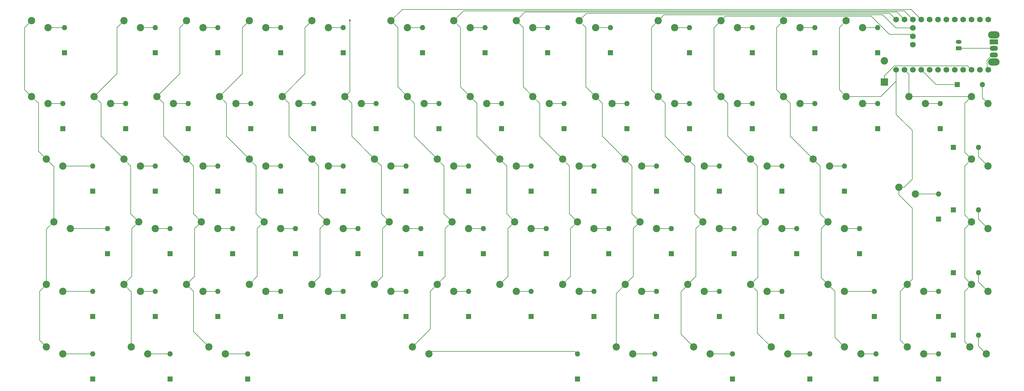
<source format=gbr>
%TF.GenerationSoftware,KiCad,Pcbnew,8.0.4*%
%TF.CreationDate,2024-07-27T12:13:38+02:00*%
%TF.ProjectId,AC-K1-v1,41432d4b-312d-4763-912e-6b696361645f,rev?*%
%TF.SameCoordinates,Original*%
%TF.FileFunction,Copper,L1,Top*%
%TF.FilePolarity,Positive*%
%FSLAX46Y46*%
G04 Gerber Fmt 4.6, Leading zero omitted, Abs format (unit mm)*
G04 Created by KiCad (PCBNEW 8.0.4) date 2024-07-27 12:13:38*
%MOMM*%
%LPD*%
G01*
G04 APERTURE LIST*
G04 Aperture macros list*
%AMRoundRect*
0 Rectangle with rounded corners*
0 $1 Rounding radius*
0 $2 $3 $4 $5 $6 $7 $8 $9 X,Y pos of 4 corners*
0 Add a 4 corners polygon primitive as box body*
4,1,4,$2,$3,$4,$5,$6,$7,$8,$9,$2,$3,0*
0 Add four circle primitives for the rounded corners*
1,1,$1+$1,$2,$3*
1,1,$1+$1,$4,$5*
1,1,$1+$1,$6,$7*
1,1,$1+$1,$8,$9*
0 Add four rect primitives between the rounded corners*
20,1,$1+$1,$2,$3,$4,$5,0*
20,1,$1+$1,$4,$5,$6,$7,0*
20,1,$1+$1,$6,$7,$8,$9,0*
20,1,$1+$1,$8,$9,$2,$3,0*%
G04 Aperture macros list end*
%TA.AperFunction,ComponentPad*%
%ADD10C,2.200000*%
%TD*%
%TA.AperFunction,ComponentPad*%
%ADD11C,1.752600*%
%TD*%
%TA.AperFunction,ComponentPad*%
%ADD12R,2.250000X2.250000*%
%TD*%
%TA.AperFunction,ComponentPad*%
%ADD13C,2.250000*%
%TD*%
%TA.AperFunction,ComponentPad*%
%ADD14R,1.600000X1.600000*%
%TD*%
%TA.AperFunction,ComponentPad*%
%ADD15O,1.600000X1.600000*%
%TD*%
%TA.AperFunction,ComponentPad*%
%ADD16O,3.500000X2.200000*%
%TD*%
%TA.AperFunction,ComponentPad*%
%ADD17R,2.500000X1.500000*%
%TD*%
%TA.AperFunction,ComponentPad*%
%ADD18O,2.500000X1.500000*%
%TD*%
%TA.AperFunction,ComponentPad*%
%ADD19RoundRect,0.250000X0.625000X-0.350000X0.625000X0.350000X-0.625000X0.350000X-0.625000X-0.350000X0*%
%TD*%
%TA.AperFunction,ComponentPad*%
%ADD20O,1.750000X1.200000*%
%TD*%
%TA.AperFunction,ViaPad*%
%ADD21C,0.600000*%
%TD*%
%TA.AperFunction,Conductor*%
%ADD22C,0.200000*%
%TD*%
G04 APERTURE END LIST*
D10*
%TO.P,SW65,1,1*%
%TO.N,P1.02*%
X293500000Y-162600000D03*
%TO.P,SW65,2,2*%
%TO.N,Net-(D65-A)*%
X298500000Y-164700000D03*
%TD*%
%TO.P,SW8,1,1*%
%TO.N,P0.08*%
X94500000Y-105600000D03*
%TO.P,SW8,2,2*%
%TO.N,Net-(D8-A)*%
X99500000Y-107700000D03*
%TD*%
%TO.P,SW67,1,1*%
%TO.N,P1.07*%
X303500000Y-82600000D03*
%TO.P,SW67,2,2*%
%TO.N,Net-(D67-A)*%
X308500000Y-84700000D03*
%TD*%
%TO.P,SW66,1,1*%
%TO.N,P1.02*%
X299750000Y-181600000D03*
%TO.P,SW66,2,2*%
%TO.N,Net-(D66-A)*%
X304750000Y-183700000D03*
%TD*%
%TO.P,SW3,1,1*%
%TO.N,P0.06*%
X80000000Y-124600000D03*
%TO.P,SW3,2,2*%
%TO.N,Net-(D3-A)*%
X85000000Y-126700000D03*
%TD*%
%TO.P,SW48,1,1*%
%TO.N,P1.04*%
X236500000Y-162600000D03*
%TO.P,SW48,2,2*%
%TO.N,Net-(D48-A)*%
X241500000Y-164700000D03*
%TD*%
%TO.P,SW51,1,1*%
%TO.N,P1.06*%
X255500000Y-124600000D03*
%TO.P,SW51,2,2*%
%TO.N,Net-(D51-A)*%
X260500000Y-126700000D03*
%TD*%
%TO.P,SW61,1,1*%
%TO.N,P1.02*%
X284500000Y-82600000D03*
%TO.P,SW61,2,2*%
%TO.N,Net-(D61-A)*%
X289500000Y-84700000D03*
%TD*%
%TO.P,SW69,1,1*%
%TO.N,P1.07*%
X312500000Y-124600000D03*
%TO.P,SW69,2,2*%
%TO.N,Net-(D69-A)*%
X317500000Y-126700000D03*
%TD*%
%TO.P,SW54,1,1*%
%TO.N,P1.06*%
X252750000Y-181600000D03*
%TO.P,SW54,2,2*%
%TO.N,Net-(D54-A)*%
X257750000Y-183700000D03*
%TD*%
%TO.P,SW64,1,1*%
%TO.N,P1.02*%
X298000000Y-143600000D03*
%TO.P,SW64,2,2*%
%TO.N,Net-(D64-A)*%
X303000000Y-145700000D03*
%TD*%
%TO.P,SW18,1,1*%
%TO.N,P0.17*%
X129250000Y-181600000D03*
%TO.P,SW18,2,2*%
%TO.N,Net-(D18-A)*%
X134250000Y-183700000D03*
%TD*%
%TO.P,SW49,1,1*%
%TO.N,P1.06*%
X241500000Y-82600000D03*
%TO.P,SW49,2,2*%
%TO.N,Net-(D49-A)*%
X246500000Y-84700000D03*
%TD*%
%TO.P,SW63,1,1*%
%TO.N,P1.02*%
X293500000Y-124600000D03*
%TO.P,SW63,2,2*%
%TO.N,Net-(D63-A)*%
X298500000Y-126700000D03*
%TD*%
%TO.P,SW77,1,1*%
%TO.N,P0.09*%
X341000000Y-181600000D03*
%TO.P,SW77,2,2*%
%TO.N,Net-(D77-A)*%
X346000000Y-183700000D03*
%TD*%
%TO.P,SW11,1,1*%
%TO.N,P0.08*%
X103500000Y-162600000D03*
%TO.P,SW11,2,2*%
%TO.N,Net-(D11-A)*%
X108500000Y-164700000D03*
%TD*%
%TO.P,SW24,1,1*%
%TO.N,P0.22*%
X160500000Y-82600000D03*
%TO.P,SW24,2,2*%
%TO.N,Net-(D24-A)*%
X165500000Y-84700000D03*
%TD*%
%TO.P,SW83,1,1*%
%TO.N,P0.10*%
X360000000Y-181600000D03*
%TO.P,SW83,2,2*%
%TO.N,Net-(D83-A)*%
X365000000Y-183700000D03*
%TD*%
%TO.P,SW42,1,1*%
%TO.N,P0.11*%
X222000000Y-143600000D03*
%TO.P,SW42,2,2*%
%TO.N,Net-(D42-A)*%
X227000000Y-145700000D03*
%TD*%
%TO.P,SW53,1,1*%
%TO.N,P1.06*%
X255500000Y-162600000D03*
%TO.P,SW53,2,2*%
%TO.N,Net-(D53-A)*%
X260500000Y-164700000D03*
%TD*%
%TO.P,SW55,1,1*%
%TO.N,P1.01*%
X265500000Y-82600000D03*
%TO.P,SW55,2,2*%
%TO.N,Net-(D55-A)*%
X270500000Y-84700000D03*
%TD*%
%TO.P,SW23,1,1*%
%TO.N,P0.20*%
X141500000Y-162600000D03*
%TO.P,SW23,2,2*%
%TO.N,Net-(D23-A)*%
X146500000Y-164700000D03*
%TD*%
%TO.P,SW75,1,1*%
%TO.N,P0.09*%
X338500000Y-133100000D03*
%TO.P,SW75,2,2*%
%TO.N,Net-(D75-A)*%
X343500000Y-135200000D03*
%TD*%
%TO.P,SW72,1,1*%
%TO.N,P1.07*%
X322000000Y-181600000D03*
%TO.P,SW72,2,2*%
%TO.N,Net-(D72-A)*%
X327000000Y-183700000D03*
%TD*%
%TO.P,SW20,1,1*%
%TO.N,P0.20*%
X132500000Y-105600000D03*
%TO.P,SW20,2,2*%
%TO.N,Net-(D20-A)*%
X137500000Y-107700000D03*
%TD*%
%TO.P,SW6,1,1*%
%TO.N,P0.06*%
X80000000Y-181600000D03*
%TO.P,SW6,2,2*%
%TO.N,Net-(D6-A)*%
X85000000Y-183700000D03*
%TD*%
%TO.P,SW60,1,1*%
%TO.N,P1.01*%
X276250000Y-181600000D03*
%TO.P,SW60,2,2*%
%TO.N,Net-(D60-A)*%
X281250000Y-183700000D03*
%TD*%
D11*
%TO.P,U1,1,TX0/P0.06*%
%TO.N,P0.06*%
X365580000Y-82260000D03*
%TO.P,U1,2,RX1/P0.08*%
%TO.N,P0.08*%
X363040000Y-82260000D03*
%TO.P,U1,3,GND*%
%TO.N,GND*%
X360500000Y-82260000D03*
%TO.P,U1,4,GND*%
X357960000Y-82260000D03*
%TO.P,U1,5,P0.17*%
%TO.N,P0.17*%
X355420000Y-82260000D03*
%TO.P,U1,6,P0.20*%
%TO.N,P0.20*%
X352880000Y-82260000D03*
%TO.P,U1,7,P0.22*%
%TO.N,P0.22*%
X350340000Y-82260000D03*
%TO.P,U1,8,P0.24*%
%TO.N,P0.24*%
X347800000Y-82260000D03*
%TO.P,U1,9,P1.00*%
%TO.N,P1.00*%
X345260000Y-82260000D03*
%TO.P,U1,10,P0.11*%
%TO.N,P0.11*%
X342720000Y-82260000D03*
%TO.P,U1,11,P1.04*%
%TO.N,P1.04*%
X340180000Y-82260000D03*
%TO.P,U1,12,P1.06*%
%TO.N,P1.06*%
X337640000Y-82260000D03*
%TO.P,U1,13,NFC1/P0.09*%
%TO.N,P0.09*%
X337640000Y-97500000D03*
%TO.P,U1,14,NFC2/P0.10*%
%TO.N,P0.10*%
X340180000Y-97500000D03*
%TO.P,U1,15,P1.11*%
%TO.N,P1.11*%
X342720000Y-97500000D03*
%TO.P,U1,16,P1.13*%
%TO.N,P1.13*%
X345260000Y-97500000D03*
%TO.P,U1,17,P1.15*%
%TO.N,P1.15*%
X347800000Y-97500000D03*
%TO.P,U1,18,AIN0/P0.02*%
%TO.N,P0.02*%
X350340000Y-97500000D03*
%TO.P,U1,19,AIN5/P0.29*%
%TO.N,P0.29*%
X352880000Y-97500000D03*
%TO.P,U1,20,AIN7/P0.31*%
%TO.N,P0.31*%
X355420000Y-97500000D03*
%TO.P,U1,21,VCC*%
%TO.N,unconnected-(U1-VCC-Pad21)*%
X357960000Y-97500000D03*
%TO.P,U1,22,RST*%
%TO.N,RESET*%
X360500000Y-97500000D03*
%TO.P,U1,23,GND*%
%TO.N,GND*%
X363040000Y-97500000D03*
%TO.P,U1,24,BATIN/P0.04*%
%TO.N,BATIN*%
X365580000Y-97500000D03*
%TO.P,U1,31,P1.01*%
%TO.N,P1.01*%
X342720000Y-84800000D03*
%TO.P,U1,32,P1.02*%
%TO.N,P1.02*%
X342720000Y-87340000D03*
%TO.P,U1,33,P1.07*%
%TO.N,P1.07*%
X342720000Y-89880000D03*
%TD*%
D10*
%TO.P,SW36,1,1*%
%TO.N,P1.00*%
X203000000Y-143600000D03*
%TO.P,SW36,2,2*%
%TO.N,Net-(D36-A)*%
X208000000Y-145700000D03*
%TD*%
%TO.P,SW52,1,1*%
%TO.N,P1.06*%
X260000000Y-143600000D03*
%TO.P,SW52,2,2*%
%TO.N,Net-(D52-A)*%
X265000000Y-145700000D03*
%TD*%
%TO.P,SW41,1,1*%
%TO.N,P0.11*%
X217500000Y-124600000D03*
%TO.P,SW41,2,2*%
%TO.N,Net-(D41-A)*%
X222500000Y-126700000D03*
%TD*%
%TO.P,SW45,1,1*%
%TO.N,P1.04*%
X227500000Y-105600000D03*
%TO.P,SW45,2,2*%
%TO.N,Net-(D45-A)*%
X232500000Y-107700000D03*
%TD*%
%TO.P,SW1,1,1*%
%TO.N,P0.06*%
X75500000Y-82600000D03*
%TO.P,SW1,2,2*%
%TO.N,Net-(D1-A)*%
X80500000Y-84700000D03*
%TD*%
%TO.P,SW74,1,1*%
%TO.N,P0.09*%
X322500000Y-105600000D03*
%TO.P,SW74,2,2*%
%TO.N,Net-(D74-A)*%
X327500000Y-107700000D03*
%TD*%
%TO.P,SW58,1,1*%
%TO.N,P1.01*%
X279000000Y-143600000D03*
%TO.P,SW58,2,2*%
%TO.N,Net-(D58-A)*%
X284000000Y-145700000D03*
%TD*%
%TO.P,SW78,1,1*%
%TO.N,P0.10*%
X341500000Y-105600000D03*
%TO.P,SW78,2,2*%
%TO.N,Net-(D78-A)*%
X346500000Y-107700000D03*
%TD*%
%TO.P,SW46,1,1*%
%TO.N,P1.04*%
X236500000Y-124600000D03*
%TO.P,SW46,2,2*%
%TO.N,Net-(D46-A)*%
X241500000Y-126700000D03*
%TD*%
%TO.P,SW39,1,1*%
%TO.N,P0.11*%
X203500000Y-82600000D03*
%TO.P,SW39,2,2*%
%TO.N,Net-(D39-A)*%
X208500000Y-84700000D03*
%TD*%
%TO.P,SW37,1,1*%
%TO.N,P1.00*%
X198500000Y-162600000D03*
%TO.P,SW37,2,2*%
%TO.N,Net-(D37-A)*%
X203500000Y-164700000D03*
%TD*%
%TO.P,SW29,1,1*%
%TO.N,P0.24*%
X170500000Y-105600000D03*
%TO.P,SW29,2,2*%
%TO.N,Net-(D29-A)*%
X175500000Y-107700000D03*
%TD*%
%TO.P,SW15,1,1*%
%TO.N,P0.17*%
X122500000Y-124600000D03*
%TO.P,SW15,2,2*%
%TO.N,Net-(D15-A)*%
X127500000Y-126700000D03*
%TD*%
%TO.P,SW35,1,1*%
%TO.N,P1.00*%
X198500000Y-124600000D03*
%TO.P,SW35,2,2*%
%TO.N,Net-(D35-A)*%
X203500000Y-126700000D03*
%TD*%
%TO.P,SW13,1,1*%
%TO.N,P0.17*%
X122500000Y-82600000D03*
%TO.P,SW13,2,2*%
%TO.N,Net-(D13-A)*%
X127500000Y-84700000D03*
%TD*%
%TO.P,SW79,1,1*%
%TO.N,P0.10*%
X360500000Y-105600000D03*
%TO.P,SW79,2,2*%
%TO.N,Net-(D79-A)*%
X365500000Y-107700000D03*
%TD*%
%TO.P,SW28,1,1*%
%TO.N,P0.22*%
X160500000Y-162600000D03*
%TO.P,SW28,2,2*%
%TO.N,Net-(D28-A)*%
X165500000Y-164700000D03*
%TD*%
%TO.P,SW7,1,1*%
%TO.N,P0.08*%
X103500000Y-82600000D03*
%TO.P,SW7,2,2*%
%TO.N,Net-(D7-A)*%
X108500000Y-84700000D03*
%TD*%
%TO.P,SW70,1,1*%
%TO.N,P1.07*%
X317000000Y-143600000D03*
%TO.P,SW70,2,2*%
%TO.N,Net-(D70-A)*%
X322000000Y-145700000D03*
%TD*%
%TO.P,SW2,1,1*%
%TO.N,P0.06*%
X75500000Y-105600000D03*
%TO.P,SW2,2,2*%
%TO.N,Net-(D2-A)*%
X80500000Y-107700000D03*
%TD*%
%TO.P,SW62,1,1*%
%TO.N,P1.02*%
X284500000Y-105600000D03*
%TO.P,SW62,2,2*%
%TO.N,Net-(D62-A)*%
X289500000Y-107700000D03*
%TD*%
%TO.P,SW12,1,1*%
%TO.N,P0.08*%
X105750000Y-181600000D03*
%TO.P,SW12,2,2*%
%TO.N,Net-(D12-A)*%
X110750000Y-183700000D03*
%TD*%
%TO.P,SW32,1,1*%
%TO.N,P0.24*%
X179500000Y-162600000D03*
%TO.P,SW32,2,2*%
%TO.N,Net-(D32-A)*%
X184500000Y-164700000D03*
%TD*%
%TO.P,SW30,1,1*%
%TO.N,P0.24*%
X179500000Y-124600000D03*
%TO.P,SW30,2,2*%
%TO.N,Net-(D30-A)*%
X184500000Y-126700000D03*
%TD*%
%TO.P,SW33,1,1*%
%TO.N,P1.00*%
X184500000Y-82600000D03*
%TO.P,SW33,2,2*%
%TO.N,Net-(D33-A)*%
X189500000Y-84700000D03*
%TD*%
D12*
%TO.P,SW85,1,1*%
%TO.N,RESET*%
X334100000Y-101250000D03*
D13*
%TO.P,SW85,2,2*%
%TO.N,GND*%
X334100000Y-94750000D03*
%TD*%
D10*
%TO.P,SW57,1,1*%
%TO.N,P1.01*%
X274500000Y-124600000D03*
%TO.P,SW57,2,2*%
%TO.N,Net-(D57-A)*%
X279500000Y-126700000D03*
%TD*%
%TO.P,SW71,1,1*%
%TO.N,P1.07*%
X317000000Y-162600000D03*
%TO.P,SW71,2,2*%
%TO.N,Net-(D71-A)*%
X322000000Y-164700000D03*
%TD*%
%TO.P,SW56,1,1*%
%TO.N,P1.01*%
X265500000Y-105600000D03*
%TO.P,SW56,2,2*%
%TO.N,Net-(D56-A)*%
X270500000Y-107700000D03*
%TD*%
%TO.P,SW16,1,1*%
%TO.N,P0.17*%
X127000000Y-143600000D03*
%TO.P,SW16,2,2*%
%TO.N,Net-(D16-A)*%
X132000000Y-145700000D03*
%TD*%
%TO.P,SW38,1,1*%
%TO.N,P1.00*%
X191000000Y-181600000D03*
%TO.P,SW38,2,2*%
%TO.N,Net-(D38-A)*%
X196000000Y-183700000D03*
%TD*%
%TO.P,SW80,1,1*%
%TO.N,P0.10*%
X360500000Y-124600000D03*
%TO.P,SW80,2,2*%
%TO.N,Net-(D80-A)*%
X365500000Y-126700000D03*
%TD*%
%TO.P,SW81,1,1*%
%TO.N,P0.10*%
X360500000Y-143600000D03*
%TO.P,SW81,2,2*%
%TO.N,Net-(D81-A)*%
X365500000Y-145700000D03*
%TD*%
%TO.P,SW5,1,1*%
%TO.N,P0.06*%
X80000000Y-162600000D03*
%TO.P,SW5,2,2*%
%TO.N,Net-(D5-A)*%
X85000000Y-164700000D03*
%TD*%
%TO.P,SW10,1,1*%
%TO.N,P0.08*%
X108000000Y-143600000D03*
%TO.P,SW10,2,2*%
%TO.N,Net-(D10-A)*%
X113000000Y-145700000D03*
%TD*%
%TO.P,SW21,1,1*%
%TO.N,P0.20*%
X141500000Y-124600000D03*
%TO.P,SW21,2,2*%
%TO.N,Net-(D21-A)*%
X146500000Y-126700000D03*
%TD*%
%TO.P,SW76,1,1*%
%TO.N,P0.09*%
X341000000Y-162600000D03*
%TO.P,SW76,2,2*%
%TO.N,Net-(D76-A)*%
X346000000Y-164700000D03*
%TD*%
%TO.P,SW25,1,1*%
%TO.N,P0.22*%
X151500000Y-105600000D03*
%TO.P,SW25,2,2*%
%TO.N,Net-(D25-A)*%
X156500000Y-107700000D03*
%TD*%
%TO.P,SW43,1,1*%
%TO.N,P0.11*%
X217500000Y-162600000D03*
%TO.P,SW43,2,2*%
%TO.N,Net-(D43-A)*%
X222500000Y-164700000D03*
%TD*%
%TO.P,SW68,1,1*%
%TO.N,P1.07*%
X303500000Y-105600000D03*
%TO.P,SW68,2,2*%
%TO.N,Net-(D68-A)*%
X308500000Y-107700000D03*
%TD*%
%TO.P,SW22,1,1*%
%TO.N,P0.20*%
X146000000Y-143600000D03*
%TO.P,SW22,2,2*%
%TO.N,Net-(D22-A)*%
X151000000Y-145700000D03*
%TD*%
%TO.P,SW14,1,1*%
%TO.N,P0.17*%
X113500000Y-105600000D03*
%TO.P,SW14,2,2*%
%TO.N,Net-(D14-A)*%
X118500000Y-107700000D03*
%TD*%
%TO.P,SW19,1,1*%
%TO.N,P0.20*%
X141500000Y-82600000D03*
%TO.P,SW19,2,2*%
%TO.N,Net-(D19-A)*%
X146500000Y-84700000D03*
%TD*%
%TO.P,SW44,1,1*%
%TO.N,P1.04*%
X222500000Y-82600000D03*
%TO.P,SW44,2,2*%
%TO.N,Net-(D44-A)*%
X227500000Y-84700000D03*
%TD*%
%TO.P,SW82,1,1*%
%TO.N,P0.10*%
X360500000Y-162600000D03*
%TO.P,SW82,2,2*%
%TO.N,Net-(D82-A)*%
X365500000Y-164700000D03*
%TD*%
%TO.P,SW59,1,1*%
%TO.N,P1.01*%
X274500000Y-162600000D03*
%TO.P,SW59,2,2*%
%TO.N,Net-(D59-A)*%
X279500000Y-164700000D03*
%TD*%
%TO.P,SW40,1,1*%
%TO.N,P0.11*%
X208500000Y-105600000D03*
%TO.P,SW40,2,2*%
%TO.N,Net-(D40-A)*%
X213500000Y-107700000D03*
%TD*%
%TO.P,SW31,1,1*%
%TO.N,P0.24*%
X184000000Y-143600000D03*
%TO.P,SW31,2,2*%
%TO.N,Net-(D31-A)*%
X189000000Y-145700000D03*
%TD*%
%TO.P,SW26,1,1*%
%TO.N,P0.22*%
X160500000Y-124600000D03*
%TO.P,SW26,2,2*%
%TO.N,Net-(D26-A)*%
X165500000Y-126700000D03*
%TD*%
%TO.P,SW73,1,1*%
%TO.N,P0.09*%
X322500000Y-82600000D03*
%TO.P,SW73,2,2*%
%TO.N,Net-(D73-A)*%
X327500000Y-84700000D03*
%TD*%
%TO.P,SW50,1,1*%
%TO.N,P1.06*%
X246500000Y-105600000D03*
%TO.P,SW50,2,2*%
%TO.N,Net-(D50-A)*%
X251500000Y-107700000D03*
%TD*%
%TO.P,SW27,1,1*%
%TO.N,P0.22*%
X165000000Y-143600000D03*
%TO.P,SW27,2,2*%
%TO.N,Net-(D27-A)*%
X170000000Y-145700000D03*
%TD*%
%TO.P,SW47,1,1*%
%TO.N,P1.04*%
X241000000Y-143600000D03*
%TO.P,SW47,2,2*%
%TO.N,Net-(D47-A)*%
X246000000Y-145700000D03*
%TD*%
%TO.P,SW9,1,1*%
%TO.N,P0.08*%
X103500000Y-124600000D03*
%TO.P,SW9,2,2*%
%TO.N,Net-(D9-A)*%
X108500000Y-126700000D03*
%TD*%
%TO.P,SW17,1,1*%
%TO.N,P0.17*%
X122500000Y-162600000D03*
%TO.P,SW17,2,2*%
%TO.N,Net-(D17-A)*%
X127500000Y-164700000D03*
%TD*%
%TO.P,SW4,1,1*%
%TO.N,P0.06*%
X82250000Y-143600000D03*
%TO.P,SW4,2,2*%
%TO.N,Net-(D4-A)*%
X87250000Y-145700000D03*
%TD*%
%TO.P,SW34,1,1*%
%TO.N,P1.00*%
X189500000Y-105600000D03*
%TO.P,SW34,2,2*%
%TO.N,Net-(D34-A)*%
X194500000Y-107700000D03*
%TD*%
D14*
%TO.P,D8,1,K*%
%TO.N,P1.13*%
X104000000Y-115310000D03*
D15*
%TO.P,D8,2,A*%
%TO.N,Net-(D8-A)*%
X104000000Y-107690000D03*
%TD*%
D14*
%TO.P,D62,1,K*%
%TO.N,P1.13*%
X294000000Y-115310000D03*
D15*
%TO.P,D62,2,A*%
%TO.N,Net-(D62-A)*%
X294000000Y-107690000D03*
%TD*%
D14*
%TO.P,D57,1,K*%
%TO.N,P1.15*%
X284000000Y-134310000D03*
D15*
%TO.P,D57,2,A*%
%TO.N,Net-(D57-A)*%
X284000000Y-126690000D03*
%TD*%
D14*
%TO.P,D79,1,K*%
%TO.N,P1.13*%
X356190000Y-102000000D03*
D15*
%TO.P,D79,2,A*%
%TO.N,Net-(D79-A)*%
X363810000Y-102000000D03*
%TD*%
D14*
%TO.P,D20,1,K*%
%TO.N,P1.13*%
X142000000Y-115310000D03*
D15*
%TO.P,D20,2,A*%
%TO.N,Net-(D20-A)*%
X142000000Y-107690000D03*
%TD*%
D14*
%TO.P,D77,1,K*%
%TO.N,P0.31*%
X350500000Y-191310000D03*
D15*
%TO.P,D77,2,A*%
%TO.N,Net-(D77-A)*%
X350500000Y-183690000D03*
%TD*%
D14*
%TO.P,D49,1,K*%
%TO.N,P1.11*%
X251000000Y-92310000D03*
D15*
%TO.P,D49,2,A*%
%TO.N,Net-(D49-A)*%
X251000000Y-84690000D03*
%TD*%
D14*
%TO.P,D31,1,K*%
%TO.N,P0.02*%
X193500000Y-153310000D03*
D15*
%TO.P,D31,2,A*%
%TO.N,Net-(D31-A)*%
X193500000Y-145690000D03*
%TD*%
D14*
%TO.P,D41,1,K*%
%TO.N,P1.15*%
X227000000Y-134310000D03*
D15*
%TO.P,D41,2,A*%
%TO.N,Net-(D41-A)*%
X227000000Y-126690000D03*
%TD*%
D14*
%TO.P,D21,1,K*%
%TO.N,P1.15*%
X151000000Y-134310000D03*
D15*
%TO.P,D21,2,A*%
%TO.N,Net-(D21-A)*%
X151000000Y-126690000D03*
%TD*%
D14*
%TO.P,D72,1,K*%
%TO.N,P0.31*%
X331500000Y-191310000D03*
D15*
%TO.P,D72,2,A*%
%TO.N,Net-(D72-A)*%
X331500000Y-183690000D03*
%TD*%
D14*
%TO.P,D58,1,K*%
%TO.N,P0.02*%
X288500000Y-153310000D03*
D15*
%TO.P,D58,2,A*%
%TO.N,Net-(D58-A)*%
X288500000Y-145690000D03*
%TD*%
D14*
%TO.P,D15,1,K*%
%TO.N,P1.15*%
X132000000Y-134310000D03*
D15*
%TO.P,D15,2,A*%
%TO.N,Net-(D15-A)*%
X132000000Y-126690000D03*
%TD*%
D14*
%TO.P,D27,1,K*%
%TO.N,P0.02*%
X174500000Y-153310000D03*
D15*
%TO.P,D27,2,A*%
%TO.N,Net-(D27-A)*%
X174500000Y-145690000D03*
%TD*%
D14*
%TO.P,D75,1,K*%
%TO.N,P1.15*%
X350500000Y-142810000D03*
D15*
%TO.P,D75,2,A*%
%TO.N,Net-(D75-A)*%
X350500000Y-135190000D03*
%TD*%
D14*
%TO.P,D66,1,K*%
%TO.N,P0.31*%
X311500000Y-191310000D03*
D15*
%TO.P,D66,2,A*%
%TO.N,Net-(D66-A)*%
X311500000Y-183690000D03*
%TD*%
D14*
%TO.P,D68,1,K*%
%TO.N,P1.13*%
X313000000Y-115310000D03*
D15*
%TO.P,D68,2,A*%
%TO.N,Net-(D68-A)*%
X313000000Y-107690000D03*
%TD*%
D14*
%TO.P,D17,1,K*%
%TO.N,P0.29*%
X132000000Y-172310000D03*
D15*
%TO.P,D17,2,A*%
%TO.N,Net-(D17-A)*%
X132000000Y-164690000D03*
%TD*%
D14*
%TO.P,D45,1,K*%
%TO.N,P1.13*%
X237000000Y-115310000D03*
D15*
%TO.P,D45,2,A*%
%TO.N,Net-(D45-A)*%
X237000000Y-107690000D03*
%TD*%
D14*
%TO.P,D18,1,K*%
%TO.N,P0.31*%
X141000000Y-191310000D03*
D15*
%TO.P,D18,2,A*%
%TO.N,Net-(D18-A)*%
X141000000Y-183690000D03*
%TD*%
D14*
%TO.P,D28,1,K*%
%TO.N,P0.29*%
X170000000Y-172310000D03*
D15*
%TO.P,D28,2,A*%
%TO.N,Net-(D28-A)*%
X170000000Y-164690000D03*
%TD*%
D14*
%TO.P,D80,1,K*%
%TO.N,P1.15*%
X355000000Y-121000000D03*
D15*
%TO.P,D80,2,A*%
%TO.N,Net-(D80-A)*%
X362620000Y-121000000D03*
%TD*%
D14*
%TO.P,D10,1,K*%
%TO.N,P0.02*%
X117500000Y-153310000D03*
D15*
%TO.P,D10,2,A*%
%TO.N,Net-(D10-A)*%
X117500000Y-145690000D03*
%TD*%
D14*
%TO.P,D11,1,K*%
%TO.N,P0.29*%
X113000000Y-172310000D03*
D15*
%TO.P,D11,2,A*%
%TO.N,Net-(D11-A)*%
X113000000Y-164690000D03*
%TD*%
D14*
%TO.P,D56,1,K*%
%TO.N,P1.13*%
X275000000Y-115310000D03*
D15*
%TO.P,D56,2,A*%
%TO.N,Net-(D56-A)*%
X275000000Y-107690000D03*
%TD*%
D14*
%TO.P,D44,1,K*%
%TO.N,P1.11*%
X232000000Y-92310000D03*
D15*
%TO.P,D44,2,A*%
%TO.N,Net-(D44-A)*%
X232000000Y-84690000D03*
%TD*%
D16*
%TO.P,SW84,*%
%TO.N,*%
X367250000Y-86900000D03*
X367250000Y-95100000D03*
D17*
%TO.P,SW84,1,A*%
%TO.N,unconnected-(SW84-A-Pad1)*%
X367250000Y-89000000D03*
D18*
%TO.P,SW84,2,B*%
%TO.N,Net-(SW84-B)*%
X367250000Y-91000000D03*
%TO.P,SW84,3,C*%
%TO.N,BATIN*%
X367250000Y-93000000D03*
%TD*%
D14*
%TO.P,D5,1,K*%
%TO.N,P0.29*%
X94000000Y-172310000D03*
D15*
%TO.P,D5,2,A*%
%TO.N,Net-(D5-A)*%
X94000000Y-164690000D03*
%TD*%
D14*
%TO.P,D16,1,K*%
%TO.N,P0.02*%
X136500000Y-153310000D03*
D15*
%TO.P,D16,2,A*%
%TO.N,Net-(D16-A)*%
X136500000Y-145690000D03*
%TD*%
D14*
%TO.P,D39,1,K*%
%TO.N,P1.11*%
X213000000Y-92310000D03*
D15*
%TO.P,D39,2,A*%
%TO.N,Net-(D39-A)*%
X213000000Y-84690000D03*
%TD*%
D14*
%TO.P,D73,1,K*%
%TO.N,P1.11*%
X332000000Y-92310000D03*
D15*
%TO.P,D73,2,A*%
%TO.N,Net-(D73-A)*%
X332000000Y-84690000D03*
%TD*%
D14*
%TO.P,D32,1,K*%
%TO.N,P0.29*%
X189000000Y-172310000D03*
D15*
%TO.P,D32,2,A*%
%TO.N,Net-(D32-A)*%
X189000000Y-164690000D03*
%TD*%
D14*
%TO.P,D83,1,K*%
%TO.N,P0.31*%
X355000000Y-178000000D03*
D15*
%TO.P,D83,2,A*%
%TO.N,Net-(D83-A)*%
X362620000Y-178000000D03*
%TD*%
D14*
%TO.P,D33,1,K*%
%TO.N,P1.11*%
X194000000Y-92310000D03*
D15*
%TO.P,D33,2,A*%
%TO.N,Net-(D33-A)*%
X194000000Y-84690000D03*
%TD*%
D14*
%TO.P,D4,1,K*%
%TO.N,P0.02*%
X98500000Y-153310000D03*
D15*
%TO.P,D4,2,A*%
%TO.N,Net-(D4-A)*%
X98500000Y-145690000D03*
%TD*%
D14*
%TO.P,D26,1,K*%
%TO.N,P1.15*%
X170000000Y-134310000D03*
D15*
%TO.P,D26,2,A*%
%TO.N,Net-(D26-A)*%
X170000000Y-126690000D03*
%TD*%
D14*
%TO.P,D74,1,K*%
%TO.N,P1.13*%
X332000000Y-115310000D03*
D15*
%TO.P,D74,2,A*%
%TO.N,Net-(D74-A)*%
X332000000Y-107690000D03*
%TD*%
D14*
%TO.P,D3,1,K*%
%TO.N,P1.15*%
X94000000Y-134310000D03*
D15*
%TO.P,D3,2,A*%
%TO.N,Net-(D3-A)*%
X94000000Y-126690000D03*
%TD*%
D14*
%TO.P,D76,1,K*%
%TO.N,P0.29*%
X350500000Y-172310000D03*
D15*
%TO.P,D76,2,A*%
%TO.N,Net-(D76-A)*%
X350500000Y-164690000D03*
%TD*%
D14*
%TO.P,D1,1,K*%
%TO.N,P1.11*%
X85500000Y-92310000D03*
D15*
%TO.P,D1,2,A*%
%TO.N,Net-(D1-A)*%
X85500000Y-84690000D03*
%TD*%
D14*
%TO.P,D30,1,K*%
%TO.N,P1.15*%
X189000000Y-134310000D03*
D15*
%TO.P,D30,2,A*%
%TO.N,Net-(D30-A)*%
X189000000Y-126690000D03*
%TD*%
D14*
%TO.P,D47,1,K*%
%TO.N,P0.02*%
X250500000Y-153310000D03*
D15*
%TO.P,D47,2,A*%
%TO.N,Net-(D47-A)*%
X250500000Y-145690000D03*
%TD*%
D14*
%TO.P,D51,1,K*%
%TO.N,P1.15*%
X265000000Y-134310000D03*
D15*
%TO.P,D51,2,A*%
%TO.N,Net-(D51-A)*%
X265000000Y-126690000D03*
%TD*%
D14*
%TO.P,D50,1,K*%
%TO.N,P1.13*%
X256000000Y-115310000D03*
D15*
%TO.P,D50,2,A*%
%TO.N,Net-(D50-A)*%
X256000000Y-107690000D03*
%TD*%
D14*
%TO.P,D12,1,K*%
%TO.N,P0.31*%
X117500000Y-191310000D03*
D15*
%TO.P,D12,2,A*%
%TO.N,Net-(D12-A)*%
X117500000Y-183690000D03*
%TD*%
D14*
%TO.P,D29,1,K*%
%TO.N,P1.13*%
X180000000Y-115310000D03*
D15*
%TO.P,D29,2,A*%
%TO.N,Net-(D29-A)*%
X180000000Y-107690000D03*
%TD*%
D14*
%TO.P,D70,1,K*%
%TO.N,P0.02*%
X326500000Y-153310000D03*
D15*
%TO.P,D70,2,A*%
%TO.N,Net-(D70-A)*%
X326500000Y-145690000D03*
%TD*%
D14*
%TO.P,D71,1,K*%
%TO.N,P0.29*%
X331000000Y-172310000D03*
D15*
%TO.P,D71,2,A*%
%TO.N,Net-(D71-A)*%
X331000000Y-164690000D03*
%TD*%
D14*
%TO.P,D54,1,K*%
%TO.N,P0.31*%
X264500000Y-191310000D03*
D15*
%TO.P,D54,2,A*%
%TO.N,Net-(D54-A)*%
X264500000Y-183690000D03*
%TD*%
D14*
%TO.P,D46,1,K*%
%TO.N,P1.15*%
X246000000Y-134310000D03*
D15*
%TO.P,D46,2,A*%
%TO.N,Net-(D46-A)*%
X246000000Y-126690000D03*
%TD*%
D14*
%TO.P,D37,1,K*%
%TO.N,P0.29*%
X208000000Y-172310000D03*
D15*
%TO.P,D37,2,A*%
%TO.N,Net-(D37-A)*%
X208000000Y-164690000D03*
%TD*%
D14*
%TO.P,D34,1,K*%
%TO.N,P1.13*%
X199000000Y-115310000D03*
D15*
%TO.P,D34,2,A*%
%TO.N,Net-(D34-A)*%
X199000000Y-107690000D03*
%TD*%
D14*
%TO.P,D60,1,K*%
%TO.N,P0.31*%
X288000000Y-191310000D03*
D15*
%TO.P,D60,2,A*%
%TO.N,Net-(D60-A)*%
X288000000Y-183690000D03*
%TD*%
D14*
%TO.P,D64,1,K*%
%TO.N,P0.02*%
X307500000Y-153310000D03*
D15*
%TO.P,D64,2,A*%
%TO.N,Net-(D64-A)*%
X307500000Y-145690000D03*
%TD*%
D14*
%TO.P,D48,1,K*%
%TO.N,P0.29*%
X246000000Y-172310000D03*
D15*
%TO.P,D48,2,A*%
%TO.N,Net-(D48-A)*%
X246000000Y-164690000D03*
%TD*%
D14*
%TO.P,D63,1,K*%
%TO.N,P1.15*%
X303000000Y-134310000D03*
D15*
%TO.P,D63,2,A*%
%TO.N,Net-(D63-A)*%
X303000000Y-126690000D03*
%TD*%
D14*
%TO.P,D2,1,K*%
%TO.N,P1.13*%
X85000000Y-115310000D03*
D15*
%TO.P,D2,2,A*%
%TO.N,Net-(D2-A)*%
X85000000Y-107690000D03*
%TD*%
D14*
%TO.P,D23,1,K*%
%TO.N,P0.29*%
X151000000Y-172310000D03*
D15*
%TO.P,D23,2,A*%
%TO.N,Net-(D23-A)*%
X151000000Y-164690000D03*
%TD*%
D14*
%TO.P,D67,1,K*%
%TO.N,P1.11*%
X313000000Y-92310000D03*
D15*
%TO.P,D67,2,A*%
%TO.N,Net-(D67-A)*%
X313000000Y-84690000D03*
%TD*%
D14*
%TO.P,D55,1,K*%
%TO.N,P1.11*%
X275000000Y-92310000D03*
D15*
%TO.P,D55,2,A*%
%TO.N,Net-(D55-A)*%
X275000000Y-84690000D03*
%TD*%
D14*
%TO.P,D81,1,K*%
%TO.N,P0.02*%
X355000000Y-140000000D03*
D15*
%TO.P,D81,2,A*%
%TO.N,Net-(D81-A)*%
X362620000Y-140000000D03*
%TD*%
D14*
%TO.P,D59,1,K*%
%TO.N,P0.29*%
X284000000Y-172310000D03*
D15*
%TO.P,D59,2,A*%
%TO.N,Net-(D59-A)*%
X284000000Y-164690000D03*
%TD*%
D14*
%TO.P,D25,1,K*%
%TO.N,P1.13*%
X161000000Y-115310000D03*
D15*
%TO.P,D25,2,A*%
%TO.N,Net-(D25-A)*%
X161000000Y-107690000D03*
%TD*%
D14*
%TO.P,D35,1,K*%
%TO.N,P1.15*%
X208000000Y-134310000D03*
D15*
%TO.P,D35,2,A*%
%TO.N,Net-(D35-A)*%
X208000000Y-126690000D03*
%TD*%
D14*
%TO.P,D14,1,K*%
%TO.N,P1.13*%
X123000000Y-115310000D03*
D15*
%TO.P,D14,2,A*%
%TO.N,Net-(D14-A)*%
X123000000Y-107690000D03*
%TD*%
D14*
%TO.P,D38,1,K*%
%TO.N,P0.31*%
X241000000Y-191310000D03*
D15*
%TO.P,D38,2,A*%
%TO.N,Net-(D38-A)*%
X241000000Y-183690000D03*
%TD*%
D14*
%TO.P,D82,1,K*%
%TO.N,P0.29*%
X355000000Y-159000000D03*
D15*
%TO.P,D82,2,A*%
%TO.N,Net-(D82-A)*%
X362620000Y-159000000D03*
%TD*%
D14*
%TO.P,D42,1,K*%
%TO.N,P0.02*%
X231500000Y-153310000D03*
D15*
%TO.P,D42,2,A*%
%TO.N,Net-(D42-A)*%
X231500000Y-145690000D03*
%TD*%
D14*
%TO.P,D36,1,K*%
%TO.N,P0.02*%
X212500000Y-153310000D03*
D15*
%TO.P,D36,2,A*%
%TO.N,Net-(D36-A)*%
X212500000Y-145690000D03*
%TD*%
D14*
%TO.P,D53,1,K*%
%TO.N,P0.29*%
X265000000Y-172310000D03*
D15*
%TO.P,D53,2,A*%
%TO.N,Net-(D53-A)*%
X265000000Y-164690000D03*
%TD*%
D14*
%TO.P,D19,1,K*%
%TO.N,P1.11*%
X151000000Y-92310000D03*
D15*
%TO.P,D19,2,A*%
%TO.N,Net-(D19-A)*%
X151000000Y-84690000D03*
%TD*%
D14*
%TO.P,D7,1,K*%
%TO.N,P1.11*%
X113000000Y-92310000D03*
D15*
%TO.P,D7,2,A*%
%TO.N,Net-(D7-A)*%
X113000000Y-84690000D03*
%TD*%
D19*
%TO.P,J1,1,1*%
%TO.N,Net-(SW84-B)*%
X356610000Y-91000000D03*
D20*
%TO.P,J1,2,2*%
%TO.N,GND*%
X356610000Y-89000000D03*
%TD*%
D14*
%TO.P,D22,1,K*%
%TO.N,P0.02*%
X155500000Y-153310000D03*
D15*
%TO.P,D22,2,A*%
%TO.N,Net-(D22-A)*%
X155500000Y-145690000D03*
%TD*%
D14*
%TO.P,D43,1,K*%
%TO.N,P0.29*%
X227000000Y-172310000D03*
D15*
%TO.P,D43,2,A*%
%TO.N,Net-(D43-A)*%
X227000000Y-164690000D03*
%TD*%
D14*
%TO.P,D24,1,K*%
%TO.N,P1.11*%
X170000000Y-92310000D03*
D15*
%TO.P,D24,2,A*%
%TO.N,Net-(D24-A)*%
X170000000Y-84690000D03*
%TD*%
D14*
%TO.P,D13,1,K*%
%TO.N,P1.11*%
X132000000Y-92310000D03*
D15*
%TO.P,D13,2,A*%
%TO.N,Net-(D13-A)*%
X132000000Y-84690000D03*
%TD*%
D14*
%TO.P,D52,1,K*%
%TO.N,P0.02*%
X269500000Y-153310000D03*
D15*
%TO.P,D52,2,A*%
%TO.N,Net-(D52-A)*%
X269500000Y-145690000D03*
%TD*%
D14*
%TO.P,D61,1,K*%
%TO.N,P1.11*%
X294000000Y-92310000D03*
D15*
%TO.P,D61,2,A*%
%TO.N,Net-(D61-A)*%
X294000000Y-84690000D03*
%TD*%
D14*
%TO.P,D69,1,K*%
%TO.N,P1.15*%
X322000000Y-134310000D03*
D15*
%TO.P,D69,2,A*%
%TO.N,Net-(D69-A)*%
X322000000Y-126690000D03*
%TD*%
D14*
%TO.P,D65,1,K*%
%TO.N,P0.29*%
X303000000Y-172310000D03*
D15*
%TO.P,D65,2,A*%
%TO.N,Net-(D65-A)*%
X303000000Y-164690000D03*
%TD*%
D14*
%TO.P,D40,1,K*%
%TO.N,P1.13*%
X218000000Y-115310000D03*
D15*
%TO.P,D40,2,A*%
%TO.N,Net-(D40-A)*%
X218000000Y-107690000D03*
%TD*%
D14*
%TO.P,D6,1,K*%
%TO.N,P0.31*%
X94000000Y-191310000D03*
D15*
%TO.P,D6,2,A*%
%TO.N,Net-(D6-A)*%
X94000000Y-183690000D03*
%TD*%
D14*
%TO.P,D78,1,K*%
%TO.N,P1.11*%
X351000000Y-115310000D03*
D15*
%TO.P,D78,2,A*%
%TO.N,Net-(D78-A)*%
X351000000Y-107690000D03*
%TD*%
D14*
%TO.P,D9,1,K*%
%TO.N,P1.15*%
X113000000Y-134310000D03*
D15*
%TO.P,D9,2,A*%
%TO.N,Net-(D9-A)*%
X113000000Y-126690000D03*
%TD*%
D21*
%TO.N,P0.24*%
X172000000Y-82500000D03*
%TD*%
D22*
%TO.N,Net-(D1-A)*%
X85490000Y-84700000D02*
X85500000Y-84690000D01*
X80500000Y-84700000D02*
X85490000Y-84700000D01*
%TO.N,Net-(D2-A)*%
X84990000Y-107700000D02*
X85000000Y-107690000D01*
X80500000Y-107700000D02*
X84990000Y-107700000D01*
%TO.N,Net-(D3-A)*%
X94000000Y-126690000D02*
X85010000Y-126690000D01*
X85010000Y-126690000D02*
X85000000Y-126700000D01*
%TO.N,Net-(D4-A)*%
X87250000Y-145700000D02*
X98490000Y-145700000D01*
X98490000Y-145700000D02*
X98500000Y-145690000D01*
%TO.N,Net-(D5-A)*%
X85000000Y-164700000D02*
X93990000Y-164700000D01*
X93990000Y-164700000D02*
X94000000Y-164690000D01*
%TO.N,Net-(D6-A)*%
X93990000Y-183700000D02*
X94000000Y-183690000D01*
X85000000Y-183700000D02*
X93990000Y-183700000D01*
%TO.N,Net-(D7-A)*%
X108500000Y-84700000D02*
X112990000Y-84700000D01*
X112990000Y-84700000D02*
X113000000Y-84690000D01*
%TO.N,Net-(D8-A)*%
X104000000Y-107690000D02*
X99510000Y-107690000D01*
X99510000Y-107690000D02*
X99500000Y-107700000D01*
%TO.N,Net-(D9-A)*%
X113000000Y-126690000D02*
X108510000Y-126690000D01*
X108510000Y-126690000D02*
X108500000Y-126700000D01*
%TO.N,Net-(D10-A)*%
X117490000Y-145700000D02*
X117500000Y-145690000D01*
X113000000Y-145700000D02*
X117490000Y-145700000D01*
%TO.N,Net-(D11-A)*%
X113000000Y-164690000D02*
X108510000Y-164690000D01*
X108510000Y-164690000D02*
X108500000Y-164700000D01*
%TO.N,Net-(D12-A)*%
X117490000Y-183700000D02*
X117500000Y-183690000D01*
X110750000Y-183700000D02*
X117490000Y-183700000D01*
%TO.N,Net-(D13-A)*%
X132000000Y-84690000D02*
X127510000Y-84690000D01*
X127510000Y-84690000D02*
X127500000Y-84700000D01*
%TO.N,Net-(D14-A)*%
X118510000Y-107690000D02*
X118500000Y-107700000D01*
X123000000Y-107690000D02*
X118510000Y-107690000D01*
%TO.N,Net-(D15-A)*%
X127500000Y-126700000D02*
X131990000Y-126700000D01*
X131990000Y-126700000D02*
X132000000Y-126690000D01*
%TO.N,P1.13*%
X349760000Y-102000000D02*
X345260000Y-97500000D01*
X356190000Y-102000000D02*
X349760000Y-102000000D01*
%TO.N,Net-(D16-A)*%
X132000000Y-145700000D02*
X136490000Y-145700000D01*
X136490000Y-145700000D02*
X136500000Y-145690000D01*
%TO.N,Net-(D17-A)*%
X127510000Y-164690000D02*
X127500000Y-164700000D01*
X132000000Y-164690000D02*
X127510000Y-164690000D01*
%TO.N,Net-(D18-A)*%
X134260000Y-183690000D02*
X134250000Y-183700000D01*
X141000000Y-183690000D02*
X134260000Y-183690000D01*
%TO.N,Net-(D19-A)*%
X146500000Y-84700000D02*
X150990000Y-84700000D01*
X150990000Y-84700000D02*
X151000000Y-84690000D01*
%TO.N,Net-(D20-A)*%
X137510000Y-107690000D02*
X137500000Y-107700000D01*
X142000000Y-107690000D02*
X137510000Y-107690000D01*
%TO.N,Net-(D21-A)*%
X146510000Y-126690000D02*
X146500000Y-126700000D01*
X151000000Y-126690000D02*
X146510000Y-126690000D01*
%TO.N,Net-(D22-A)*%
X155500000Y-145690000D02*
X151010000Y-145690000D01*
X151010000Y-145690000D02*
X151000000Y-145700000D01*
%TO.N,Net-(D23-A)*%
X146500000Y-164700000D02*
X150990000Y-164700000D01*
X150990000Y-164700000D02*
X151000000Y-164690000D01*
%TO.N,Net-(D24-A)*%
X169990000Y-84700000D02*
X170000000Y-84690000D01*
X165500000Y-84700000D02*
X169990000Y-84700000D01*
%TO.N,Net-(D25-A)*%
X160990000Y-107700000D02*
X161000000Y-107690000D01*
X156500000Y-107700000D02*
X160990000Y-107700000D01*
%TO.N,Net-(D26-A)*%
X170000000Y-126690000D02*
X165510000Y-126690000D01*
X165510000Y-126690000D02*
X165500000Y-126700000D01*
%TO.N,Net-(D27-A)*%
X170000000Y-145700000D02*
X174490000Y-145700000D01*
X174490000Y-145700000D02*
X174500000Y-145690000D01*
%TO.N,Net-(D28-A)*%
X165510000Y-164690000D02*
X165500000Y-164700000D01*
X170000000Y-164690000D02*
X165510000Y-164690000D01*
%TO.N,Net-(D29-A)*%
X180000000Y-107690000D02*
X175510000Y-107690000D01*
X175510000Y-107690000D02*
X175500000Y-107700000D01*
%TO.N,Net-(D30-A)*%
X184500000Y-126700000D02*
X188990000Y-126700000D01*
X188990000Y-126700000D02*
X189000000Y-126690000D01*
%TO.N,Net-(D31-A)*%
X193490000Y-145700000D02*
X193500000Y-145690000D01*
X189000000Y-145700000D02*
X193490000Y-145700000D01*
%TO.N,Net-(D32-A)*%
X188990000Y-164700000D02*
X189000000Y-164690000D01*
X184500000Y-164700000D02*
X188990000Y-164700000D01*
%TO.N,Net-(D33-A)*%
X189500000Y-84700000D02*
X193990000Y-84700000D01*
X193990000Y-84700000D02*
X194000000Y-84690000D01*
%TO.N,Net-(D34-A)*%
X194510000Y-107690000D02*
X194500000Y-107700000D01*
X199000000Y-107690000D02*
X194510000Y-107690000D01*
%TO.N,Net-(D35-A)*%
X208000000Y-126690000D02*
X203510000Y-126690000D01*
X203510000Y-126690000D02*
X203500000Y-126700000D01*
%TO.N,Net-(D36-A)*%
X212500000Y-145690000D02*
X208010000Y-145690000D01*
X208010000Y-145690000D02*
X208000000Y-145700000D01*
%TO.N,Net-(D37-A)*%
X207990000Y-164700000D02*
X208000000Y-164690000D01*
X203500000Y-164700000D02*
X207990000Y-164700000D01*
%TO.N,Net-(D38-A)*%
X196809999Y-182890001D02*
X196000000Y-183700000D01*
X240200001Y-182890001D02*
X196809999Y-182890001D01*
X241000000Y-183690000D02*
X240200001Y-182890001D01*
%TO.N,Net-(D39-A)*%
X208500000Y-84700000D02*
X212990000Y-84700000D01*
X212990000Y-84700000D02*
X213000000Y-84690000D01*
%TO.N,Net-(D40-A)*%
X213500000Y-107700000D02*
X217990000Y-107700000D01*
X217990000Y-107700000D02*
X218000000Y-107690000D01*
%TO.N,Net-(D41-A)*%
X222510000Y-126690000D02*
X222500000Y-126700000D01*
X227000000Y-126690000D02*
X222510000Y-126690000D01*
%TO.N,Net-(D42-A)*%
X227000000Y-145700000D02*
X231490000Y-145700000D01*
X231490000Y-145700000D02*
X231500000Y-145690000D01*
%TO.N,Net-(D43-A)*%
X222500000Y-164700000D02*
X226990000Y-164700000D01*
X226990000Y-164700000D02*
X227000000Y-164690000D01*
%TO.N,Net-(D44-A)*%
X227500000Y-84700000D02*
X231990000Y-84700000D01*
X231990000Y-84700000D02*
X232000000Y-84690000D01*
%TO.N,Net-(D45-A)*%
X232510000Y-107690000D02*
X232500000Y-107700000D01*
X237000000Y-107690000D02*
X232510000Y-107690000D01*
%TO.N,Net-(D46-A)*%
X241500000Y-126700000D02*
X245990000Y-126700000D01*
X245990000Y-126700000D02*
X246000000Y-126690000D01*
%TO.N,Net-(D47-A)*%
X250490000Y-145700000D02*
X250500000Y-145690000D01*
X246000000Y-145700000D02*
X250490000Y-145700000D01*
%TO.N,Net-(D48-A)*%
X241510000Y-164690000D02*
X241500000Y-164700000D01*
X246000000Y-164690000D02*
X241510000Y-164690000D01*
%TO.N,Net-(D49-A)*%
X246500000Y-84700000D02*
X250990000Y-84700000D01*
X250990000Y-84700000D02*
X251000000Y-84690000D01*
%TO.N,Net-(D50-A)*%
X251500000Y-107700000D02*
X255990000Y-107700000D01*
X255990000Y-107700000D02*
X256000000Y-107690000D01*
%TO.N,Net-(D51-A)*%
X260510000Y-126690000D02*
X260500000Y-126700000D01*
X265000000Y-126690000D02*
X260510000Y-126690000D01*
%TO.N,Net-(D52-A)*%
X265000000Y-145700000D02*
X269490000Y-145700000D01*
X269490000Y-145700000D02*
X269500000Y-145690000D01*
%TO.N,Net-(D53-A)*%
X265000000Y-164690000D02*
X260510000Y-164690000D01*
X260510000Y-164690000D02*
X260500000Y-164700000D01*
%TO.N,Net-(D54-A)*%
X257750000Y-183700000D02*
X264490000Y-183700000D01*
X264490000Y-183700000D02*
X264500000Y-183690000D01*
%TO.N,Net-(D55-A)*%
X274990000Y-84700000D02*
X275000000Y-84690000D01*
X270500000Y-84700000D02*
X274990000Y-84700000D01*
%TO.N,Net-(D56-A)*%
X270510000Y-107690000D02*
X270500000Y-107700000D01*
X275000000Y-107690000D02*
X270510000Y-107690000D01*
%TO.N,Net-(D57-A)*%
X279500000Y-126700000D02*
X283990000Y-126700000D01*
X283990000Y-126700000D02*
X284000000Y-126690000D01*
%TO.N,Net-(D58-A)*%
X284010000Y-145690000D02*
X284000000Y-145700000D01*
X288500000Y-145690000D02*
X284010000Y-145690000D01*
%TO.N,Net-(D59-A)*%
X279510000Y-164690000D02*
X279500000Y-164700000D01*
X284000000Y-164690000D02*
X279510000Y-164690000D01*
%TO.N,Net-(D60-A)*%
X281260000Y-183690000D02*
X281250000Y-183700000D01*
X288000000Y-183690000D02*
X281260000Y-183690000D01*
%TO.N,Net-(D61-A)*%
X293990000Y-84700000D02*
X294000000Y-84690000D01*
X289500000Y-84700000D02*
X293990000Y-84700000D01*
%TO.N,Net-(D62-A)*%
X293990000Y-107700000D02*
X294000000Y-107690000D01*
X289500000Y-107700000D02*
X293990000Y-107700000D01*
%TO.N,Net-(D63-A)*%
X302990000Y-126700000D02*
X303000000Y-126690000D01*
X298500000Y-126700000D02*
X302990000Y-126700000D01*
%TO.N,Net-(D64-A)*%
X307490000Y-145700000D02*
X307500000Y-145690000D01*
X303000000Y-145700000D02*
X307490000Y-145700000D01*
%TO.N,Net-(D65-A)*%
X298510000Y-164690000D02*
X298500000Y-164700000D01*
X303000000Y-164690000D02*
X298510000Y-164690000D01*
%TO.N,Net-(D66-A)*%
X311490000Y-183700000D02*
X311500000Y-183690000D01*
X304750000Y-183700000D02*
X311490000Y-183700000D01*
%TO.N,Net-(D67-A)*%
X308500000Y-84700000D02*
X312990000Y-84700000D01*
X312990000Y-84700000D02*
X313000000Y-84690000D01*
%TO.N,Net-(D68-A)*%
X308510000Y-107690000D02*
X308500000Y-107700000D01*
X313000000Y-107690000D02*
X308510000Y-107690000D01*
%TO.N,Net-(D69-A)*%
X322000000Y-126690000D02*
X317510000Y-126690000D01*
X317510000Y-126690000D02*
X317500000Y-126700000D01*
%TO.N,Net-(D70-A)*%
X322000000Y-145700000D02*
X326490000Y-145700000D01*
X326490000Y-145700000D02*
X326500000Y-145690000D01*
%TO.N,Net-(D71-A)*%
X330990000Y-164700000D02*
X331000000Y-164690000D01*
X322000000Y-164700000D02*
X330990000Y-164700000D01*
%TO.N,Net-(D72-A)*%
X331500000Y-183690000D02*
X327010000Y-183690000D01*
X327010000Y-183690000D02*
X327000000Y-183700000D01*
%TO.N,Net-(D73-A)*%
X331990000Y-84700000D02*
X332000000Y-84690000D01*
X327500000Y-84700000D02*
X331990000Y-84700000D01*
%TO.N,Net-(D74-A)*%
X327500000Y-107700000D02*
X331990000Y-107700000D01*
X331990000Y-107700000D02*
X332000000Y-107690000D01*
%TO.N,Net-(D75-A)*%
X343500000Y-135200000D02*
X350490000Y-135200000D01*
X350490000Y-135200000D02*
X350500000Y-135190000D01*
%TO.N,Net-(D76-A)*%
X350490000Y-164700000D02*
X350500000Y-164690000D01*
X346000000Y-164700000D02*
X350490000Y-164700000D01*
%TO.N,Net-(D77-A)*%
X346010000Y-183690000D02*
X346000000Y-183700000D01*
X350500000Y-183690000D02*
X346010000Y-183690000D01*
%TO.N,Net-(D78-A)*%
X350990000Y-107700000D02*
X351000000Y-107690000D01*
X346500000Y-107700000D02*
X350990000Y-107700000D01*
%TO.N,Net-(D79-A)*%
X363810000Y-102000000D02*
X363810000Y-106010000D01*
X363810000Y-106010000D02*
X365500000Y-107700000D01*
%TO.N,Net-(D80-A)*%
X362620000Y-123820000D02*
X365500000Y-126700000D01*
X362620000Y-121000000D02*
X362620000Y-123820000D01*
%TO.N,Net-(D81-A)*%
X362620000Y-142820000D02*
X365500000Y-145700000D01*
X362620000Y-140000000D02*
X362620000Y-142820000D01*
%TO.N,Net-(D82-A)*%
X362620000Y-159000000D02*
X362620000Y-161820000D01*
X362620000Y-161820000D02*
X365500000Y-164700000D01*
%TO.N,Net-(D83-A)*%
X362620000Y-178000000D02*
X362620000Y-181320000D01*
X362620000Y-181320000D02*
X365000000Y-183700000D01*
%TO.N,P0.06*%
X75500000Y-105600000D02*
X77575000Y-107675000D01*
X77925000Y-164675000D02*
X77925000Y-179525000D01*
X80000000Y-124600000D02*
X82250000Y-126850000D01*
X82250000Y-126850000D02*
X82250000Y-143600000D01*
X80000000Y-145850000D02*
X80000000Y-162600000D01*
X75500000Y-82600000D02*
X73425000Y-84675000D01*
X77575000Y-122175000D02*
X80000000Y-124600000D01*
X82250000Y-143600000D02*
X80000000Y-145850000D01*
X77575000Y-107675000D02*
X77575000Y-122175000D01*
X73425000Y-103525000D02*
X75500000Y-105600000D01*
X77925000Y-179525000D02*
X80000000Y-181600000D01*
X80000000Y-162600000D02*
X77925000Y-164675000D01*
X73425000Y-84675000D02*
X73425000Y-103525000D01*
%TO.N,P0.08*%
X105925000Y-145675000D02*
X105925000Y-160175000D01*
X105750000Y-164850000D02*
X105750000Y-181600000D01*
X101425000Y-84675000D02*
X101425000Y-98675000D01*
X103500000Y-162600000D02*
X105750000Y-164850000D01*
X103500000Y-124600000D02*
X105575000Y-126675000D01*
X105925000Y-160175000D02*
X103500000Y-162600000D01*
X94500000Y-105600000D02*
X96575000Y-107675000D01*
X101425000Y-98675000D02*
X94500000Y-105600000D01*
X105575000Y-126675000D02*
X105575000Y-141175000D01*
X105575000Y-141175000D02*
X108000000Y-143600000D01*
X108000000Y-143600000D02*
X105925000Y-145675000D01*
X96575000Y-117675000D02*
X103500000Y-124600000D01*
X96575000Y-107675000D02*
X96575000Y-117675000D01*
X103500000Y-82600000D02*
X101425000Y-84675000D01*
%TO.N,P0.17*%
X115575000Y-107675000D02*
X115575000Y-117675000D01*
X120425000Y-84675000D02*
X120425000Y-98675000D01*
X115575000Y-117675000D02*
X122500000Y-124600000D01*
X122500000Y-124600000D02*
X124575000Y-126675000D01*
X124925000Y-160175000D02*
X122500000Y-162600000D01*
X124575000Y-164675000D02*
X124575000Y-176925000D01*
X124575000Y-126675000D02*
X124575000Y-141175000D01*
X127000000Y-143600000D02*
X124925000Y-145675000D01*
X124925000Y-145675000D02*
X124925000Y-160175000D01*
X122500000Y-82600000D02*
X120425000Y-84675000D01*
X124575000Y-176925000D02*
X129250000Y-181600000D01*
X113500000Y-105600000D02*
X115575000Y-107675000D01*
X124575000Y-141175000D02*
X127000000Y-143600000D01*
X122500000Y-162600000D02*
X124575000Y-164675000D01*
X120425000Y-98675000D02*
X113500000Y-105600000D01*
%TO.N,P0.20*%
X143925000Y-145675000D02*
X143925000Y-160175000D01*
X134575000Y-107675000D02*
X134575000Y-117675000D01*
X141500000Y-124600000D02*
X143575000Y-126675000D01*
X143575000Y-141175000D02*
X146000000Y-143600000D01*
X146000000Y-143600000D02*
X143925000Y-145675000D01*
X143925000Y-160175000D02*
X141500000Y-162600000D01*
X143575000Y-126675000D02*
X143575000Y-141175000D01*
X139425000Y-98675000D02*
X132500000Y-105600000D01*
X134575000Y-117675000D02*
X141500000Y-124600000D01*
X139425000Y-84675000D02*
X139425000Y-98675000D01*
X132500000Y-105600000D02*
X134575000Y-107675000D01*
X141500000Y-82600000D02*
X139425000Y-84675000D01*
%TO.N,P0.22*%
X153575000Y-117675000D02*
X160500000Y-124600000D01*
X158425000Y-98675000D02*
X151500000Y-105600000D01*
X160500000Y-124600000D02*
X162575000Y-126675000D01*
X151500000Y-105600000D02*
X153575000Y-107675000D01*
X162925000Y-145675000D02*
X162925000Y-160175000D01*
X160500000Y-82600000D02*
X158425000Y-84675000D01*
X162575000Y-141175000D02*
X165000000Y-143600000D01*
X158425000Y-84675000D02*
X158425000Y-98675000D01*
X153575000Y-107675000D02*
X153575000Y-117675000D01*
X162575000Y-126675000D02*
X162575000Y-141175000D01*
X162925000Y-160175000D02*
X160500000Y-162600000D01*
X165000000Y-143600000D02*
X162925000Y-145675000D01*
%TO.N,P0.24*%
X172000000Y-104100000D02*
X170500000Y-105600000D01*
X172000000Y-82500000D02*
X172000000Y-104100000D01*
X170500000Y-105600000D02*
X172575000Y-107675000D01*
X179500000Y-124600000D02*
X181575000Y-126675000D01*
X181575000Y-126675000D02*
X181575000Y-141175000D01*
X181575000Y-141175000D02*
X184000000Y-143600000D01*
X184000000Y-143600000D02*
X181925000Y-145675000D01*
X172575000Y-117675000D02*
X179500000Y-124600000D01*
X181925000Y-145675000D02*
X181925000Y-160175000D01*
X172575000Y-107675000D02*
X172575000Y-117675000D01*
X181925000Y-160175000D02*
X179500000Y-162600000D01*
%TO.N,P1.00*%
X186575000Y-84675000D02*
X186575000Y-102675000D01*
X196425000Y-176175000D02*
X191000000Y-181600000D01*
X184500000Y-82600000D02*
X186575000Y-84675000D01*
X342200000Y-79200000D02*
X187900000Y-79200000D01*
X200575000Y-126675000D02*
X200575000Y-141175000D01*
X191575000Y-107675000D02*
X191575000Y-117675000D01*
X198500000Y-162600000D02*
X196425000Y-164675000D01*
X200925000Y-145675000D02*
X200925000Y-160175000D01*
X200925000Y-160175000D02*
X198500000Y-162600000D01*
X345260000Y-82260000D02*
X342200000Y-79200000D01*
X191575000Y-117675000D02*
X198500000Y-124600000D01*
X203000000Y-143600000D02*
X200925000Y-145675000D01*
X200575000Y-141175000D02*
X203000000Y-143600000D01*
X189500000Y-105600000D02*
X191575000Y-107675000D01*
X186575000Y-102675000D02*
X189500000Y-105600000D01*
X198500000Y-124600000D02*
X200575000Y-126675000D01*
X187900000Y-79200000D02*
X184500000Y-82600000D01*
X196425000Y-164675000D02*
X196425000Y-176175000D01*
%TO.N,P0.11*%
X217500000Y-124600000D02*
X219575000Y-126675000D01*
X210575000Y-117675000D02*
X217500000Y-124600000D01*
X219925000Y-160175000D02*
X217500000Y-162600000D01*
X219575000Y-126675000D02*
X219575000Y-141175000D01*
X203500000Y-82600000D02*
X205575000Y-84675000D01*
X340060000Y-79600000D02*
X206500000Y-79600000D01*
X206500000Y-79600000D02*
X203500000Y-82600000D01*
X342720000Y-82260000D02*
X340060000Y-79600000D01*
X205575000Y-102675000D02*
X208500000Y-105600000D01*
X222000000Y-143600000D02*
X219925000Y-145675000D01*
X205575000Y-84675000D02*
X205575000Y-102675000D01*
X208500000Y-105600000D02*
X210575000Y-107675000D01*
X219925000Y-145675000D02*
X219925000Y-160175000D01*
X219575000Y-141175000D02*
X222000000Y-143600000D01*
X210575000Y-107675000D02*
X210575000Y-117675000D01*
%TO.N,P1.04*%
X340180000Y-82260000D02*
X337920000Y-80000000D01*
X337920000Y-80000000D02*
X225100000Y-80000000D01*
X238575000Y-126675000D02*
X238575000Y-141175000D01*
X224575000Y-84675000D02*
X224575000Y-102675000D01*
X238575000Y-141175000D02*
X241000000Y-143600000D01*
X238925000Y-145675000D02*
X238925000Y-160175000D01*
X222500000Y-82600000D02*
X224575000Y-84675000D01*
X236500000Y-124600000D02*
X238575000Y-126675000D01*
X224575000Y-102675000D02*
X227500000Y-105600000D01*
X227500000Y-105600000D02*
X229575000Y-107675000D01*
X241000000Y-143600000D02*
X238925000Y-145675000D01*
X225100000Y-80000000D02*
X222500000Y-82600000D01*
X229575000Y-107675000D02*
X229575000Y-117675000D01*
X229575000Y-117675000D02*
X236500000Y-124600000D01*
X238925000Y-160175000D02*
X236500000Y-162600000D01*
%TO.N,P1.06*%
X246500000Y-105600000D02*
X248575000Y-107675000D01*
X243575000Y-102675000D02*
X246500000Y-105600000D01*
X337640000Y-82260000D02*
X335780000Y-80400000D01*
X257925000Y-160175000D02*
X255500000Y-162600000D01*
X257925000Y-145675000D02*
X257925000Y-160175000D01*
X243700000Y-80400000D02*
X241500000Y-82600000D01*
X335780000Y-80400000D02*
X243700000Y-80400000D01*
X243575000Y-84675000D02*
X243575000Y-102675000D01*
X257575000Y-141175000D02*
X260000000Y-143600000D01*
X241500000Y-82600000D02*
X243575000Y-84675000D01*
X257575000Y-126675000D02*
X257575000Y-141175000D01*
X252750000Y-165350000D02*
X252750000Y-181600000D01*
X255500000Y-162600000D02*
X252750000Y-165350000D01*
X248575000Y-107675000D02*
X248575000Y-117675000D01*
X248575000Y-117675000D02*
X255500000Y-124600000D01*
X260000000Y-143600000D02*
X257925000Y-145675000D01*
X255500000Y-124600000D02*
X257575000Y-126675000D01*
%TO.N,P1.01*%
X272425000Y-177775000D02*
X276250000Y-181600000D01*
X333550000Y-80800000D02*
X267300000Y-80800000D01*
X276925000Y-145675000D02*
X276925000Y-160175000D01*
X276575000Y-141175000D02*
X279000000Y-143600000D01*
X267300000Y-80800000D02*
X265500000Y-82600000D01*
X265500000Y-105600000D02*
X267575000Y-107675000D01*
X272425000Y-164825000D02*
X272425000Y-177775000D01*
X274500000Y-162750000D02*
X272425000Y-164825000D01*
X337550000Y-84800000D02*
X333550000Y-80800000D01*
X276925000Y-160175000D02*
X274500000Y-162600000D01*
X276575000Y-126675000D02*
X276575000Y-141175000D01*
X279000000Y-143600000D02*
X276925000Y-145675000D01*
X274500000Y-124600000D02*
X276575000Y-126675000D01*
X265500000Y-82600000D02*
X263425000Y-84675000D01*
X267575000Y-107675000D02*
X267575000Y-117675000D01*
X263425000Y-84675000D02*
X263425000Y-103525000D01*
X342720000Y-84800000D02*
X337550000Y-84800000D01*
X263425000Y-103525000D02*
X265500000Y-105600000D01*
X267575000Y-117675000D02*
X274500000Y-124600000D01*
X274500000Y-162600000D02*
X274500000Y-162750000D01*
%TO.N,P1.02*%
X335615635Y-86750000D02*
X330065635Y-81200000D01*
X298000000Y-143600000D02*
X295750000Y-145850000D01*
X295575000Y-164675000D02*
X295575000Y-177425000D01*
X282425000Y-84675000D02*
X282425000Y-103525000D01*
X295575000Y-177425000D02*
X299750000Y-181600000D01*
X295750000Y-145850000D02*
X295750000Y-160350000D01*
X295575000Y-141175000D02*
X298000000Y-143600000D01*
X286575000Y-117675000D02*
X293500000Y-124600000D01*
X293500000Y-124600000D02*
X295575000Y-126675000D01*
X293500000Y-162600000D02*
X295575000Y-164675000D01*
X282425000Y-103525000D02*
X284500000Y-105600000D01*
X330065635Y-81200000D02*
X285900000Y-81200000D01*
X295575000Y-126675000D02*
X295575000Y-141175000D01*
X342720000Y-87340000D02*
X342130000Y-86750000D01*
X284500000Y-82600000D02*
X282425000Y-84675000D01*
X295750000Y-160350000D02*
X293500000Y-162600000D01*
X284500000Y-105600000D02*
X286575000Y-107675000D01*
X342130000Y-86750000D02*
X335615635Y-86750000D01*
X286575000Y-107675000D02*
X286575000Y-117675000D01*
X285900000Y-81200000D02*
X284500000Y-82600000D01*
%TO.N,P1.07*%
X319075000Y-164675000D02*
X319075000Y-178675000D01*
X314925000Y-145675000D02*
X314925000Y-160525000D01*
X319075000Y-178675000D02*
X322000000Y-181600000D01*
X312500000Y-124600000D02*
X314575000Y-126675000D01*
X303500000Y-105600000D02*
X305575000Y-107675000D01*
X301425000Y-103525000D02*
X303500000Y-105600000D01*
X314575000Y-126675000D02*
X314575000Y-141175000D01*
X314575000Y-141175000D02*
X317000000Y-143600000D01*
X314925000Y-160525000D02*
X317000000Y-162600000D01*
X305575000Y-107675000D02*
X305575000Y-117675000D01*
X305575000Y-117675000D02*
X312500000Y-124600000D01*
X303500000Y-82600000D02*
X301425000Y-84675000D01*
X317000000Y-143600000D02*
X314925000Y-145675000D01*
X301425000Y-84675000D02*
X301425000Y-103525000D01*
X317000000Y-162600000D02*
X319075000Y-164675000D01*
%TO.N,P0.09*%
X320425000Y-84675000D02*
X320425000Y-103525000D01*
X337640000Y-100960000D02*
X333000000Y-105600000D01*
X337640000Y-111000000D02*
X337640000Y-97500000D01*
X342550000Y-139450000D02*
X338500000Y-135400000D01*
X342500000Y-130655634D02*
X342500000Y-115860000D01*
X337640000Y-97500000D02*
X337640000Y-100960000D01*
X338925000Y-179525000D02*
X341000000Y-181600000D01*
X338500000Y-135400000D02*
X338500000Y-133100000D01*
X338500000Y-133100000D02*
X340055634Y-133100000D01*
X341000000Y-162600000D02*
X338925000Y-164675000D01*
X342550000Y-161050000D02*
X342550000Y-139450000D01*
X338925000Y-164675000D02*
X338925000Y-179525000D01*
X322500000Y-82600000D02*
X320425000Y-84675000D01*
X333000000Y-105600000D02*
X322500000Y-105600000D01*
X341000000Y-162600000D02*
X342550000Y-161050000D01*
X342500000Y-115860000D02*
X337640000Y-111000000D01*
X340055634Y-133100000D02*
X342500000Y-130655634D01*
X320425000Y-103525000D02*
X322500000Y-105600000D01*
%TO.N,P0.10*%
X360500000Y-162600000D02*
X358425000Y-164675000D01*
X358425000Y-107675000D02*
X358425000Y-122525000D01*
X341500000Y-98820000D02*
X340180000Y-97500000D01*
X358425000Y-141525000D02*
X360500000Y-143600000D01*
X358425000Y-126675000D02*
X358425000Y-141525000D01*
X358425000Y-145675000D02*
X358425000Y-160525000D01*
X358425000Y-164675000D02*
X358425000Y-180025000D01*
X341500000Y-105600000D02*
X341500000Y-98820000D01*
X358425000Y-122525000D02*
X360500000Y-124600000D01*
X358425000Y-160525000D02*
X360500000Y-162600000D01*
X358425000Y-180025000D02*
X360000000Y-181600000D01*
X360500000Y-124600000D02*
X358425000Y-126675000D01*
X360500000Y-105600000D02*
X358425000Y-107675000D01*
X341500000Y-105600000D02*
X360500000Y-105600000D01*
X360500000Y-143600000D02*
X358425000Y-145675000D01*
%TO.N,BATIN*%
X365200000Y-94520101D02*
X365200000Y-97120000D01*
X367250000Y-93000000D02*
X366720101Y-93000000D01*
X365200000Y-97120000D02*
X365580000Y-97500000D01*
X366720101Y-93000000D02*
X365200000Y-94520101D01*
%TO.N,Net-(SW84-B)*%
X367250000Y-91000000D02*
X356610000Y-91000000D01*
%TO.N,RESET*%
X337152760Y-96323700D02*
X334100000Y-99376460D01*
X360500000Y-97500000D02*
X359323700Y-96323700D01*
X334100000Y-99376460D02*
X334100000Y-101250000D01*
X359323700Y-96323700D02*
X337152760Y-96323700D01*
%TD*%
M02*

</source>
